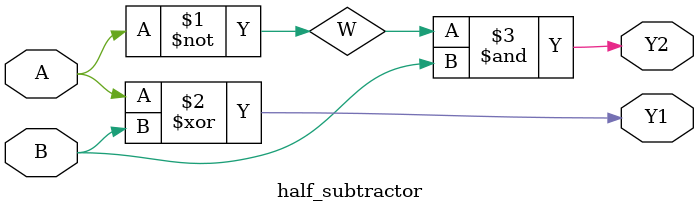
<source format=v>
module half_subtractor(Y1,Y2,A,B);
output Y1;
output Y2;
input A,B;
wire W;

assign W = ~A;
assign Y1 = A ^ B;
assign Y2 = W & B;

endmodule
</source>
